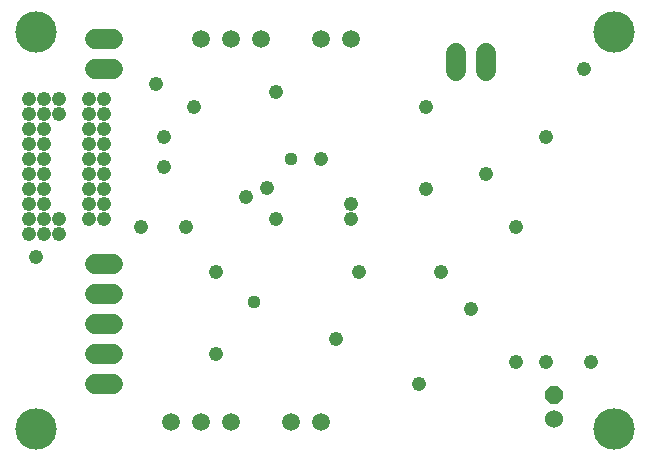
<source format=gbs>
G75*
G70*
%OFA0B0*%
%FSLAX24Y24*%
%IPPOS*%
%LPD*%
%AMOC8*
5,1,8,0,0,1.08239X$1,22.5*
%
%ADD10C,0.0674*%
%ADD11C,0.0595*%
%ADD12OC8,0.0600*%
%ADD13C,0.0600*%
%ADD14C,0.1380*%
%ADD15C,0.0476*%
%ADD16C,0.0440*%
D10*
X003383Y002930D02*
X003977Y002930D01*
X003977Y003930D02*
X003383Y003930D01*
X003383Y004930D02*
X003977Y004930D01*
X003977Y005930D02*
X003383Y005930D01*
X003383Y006930D02*
X003977Y006930D01*
X003977Y013430D02*
X003383Y013430D01*
X003383Y014430D02*
X003977Y014430D01*
X015430Y013977D02*
X015430Y013383D01*
X016430Y013383D02*
X016430Y013977D01*
D11*
X011930Y014430D03*
X010930Y014430D03*
X008930Y014430D03*
X007930Y014430D03*
X006930Y014430D03*
X006930Y001680D03*
X007930Y001680D03*
X005930Y001680D03*
X009930Y001680D03*
X010930Y001680D03*
D12*
X018680Y002580D03*
D13*
X018680Y001780D03*
D14*
X001430Y001430D03*
X001430Y014680D03*
X020680Y014680D03*
X020680Y001430D03*
D15*
X019930Y003680D03*
X018430Y003680D03*
X017430Y003680D03*
X015930Y005430D03*
X014930Y006680D03*
X017430Y008180D03*
X016430Y009930D03*
X014430Y009430D03*
X011930Y008930D03*
X011930Y008430D03*
X012180Y006680D03*
X009430Y008430D03*
X008430Y009180D03*
X009130Y009480D03*
X010930Y010430D03*
X009430Y012680D03*
X006680Y012180D03*
X005680Y011180D03*
X005680Y010180D03*
X003680Y009930D03*
X003180Y009930D03*
X003180Y009430D03*
X003680Y009430D03*
X003680Y008930D03*
X003180Y008930D03*
X003180Y008430D03*
X003180Y008430D03*
X003680Y008430D03*
X003680Y008430D03*
X004930Y008180D03*
X006430Y008180D03*
X007430Y006680D03*
X007430Y003930D03*
X011430Y004430D03*
X014180Y002930D03*
X003680Y010430D03*
X003180Y010430D03*
X003180Y010930D03*
X003680Y010930D03*
X003680Y011430D03*
X003180Y011430D03*
X003180Y011930D03*
X003680Y011930D03*
X003680Y012430D03*
X003180Y012430D03*
X002180Y012430D03*
X001680Y012430D03*
X001180Y012430D03*
X001180Y011930D03*
X001680Y011930D03*
X002180Y011930D03*
X001680Y011430D03*
X001180Y011430D03*
X001180Y010930D03*
X001680Y010930D03*
X001680Y010430D03*
X001180Y010430D03*
X001180Y009930D03*
X001680Y009930D03*
X001680Y009430D03*
X001180Y009430D03*
X001180Y008930D03*
X001680Y008930D03*
X001680Y008430D03*
X001180Y008430D03*
X001180Y007930D03*
X001680Y007930D03*
X002180Y007930D03*
X002180Y008430D03*
X001430Y007180D03*
X005430Y012930D03*
X014430Y012180D03*
X018430Y011180D03*
X019680Y013430D03*
D16*
X009930Y010430D03*
X008680Y005680D03*
M02*

</source>
